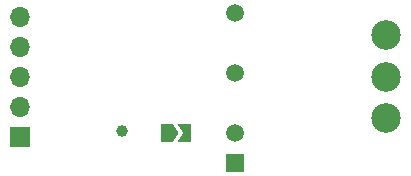
<source format=gbs>
G04 #@! TF.GenerationSoftware,KiCad,Pcbnew,8.0.2*
G04 #@! TF.CreationDate,2024-06-29T14:49:15+02:00*
G04 #@! TF.ProjectId,STM32F4_GateSignalGenerator_GateDriver,53544d33-3246-4345-9f47-617465536967,rev?*
G04 #@! TF.SameCoordinates,Original*
G04 #@! TF.FileFunction,Soldermask,Bot*
G04 #@! TF.FilePolarity,Negative*
%FSLAX46Y46*%
G04 Gerber Fmt 4.6, Leading zero omitted, Abs format (unit mm)*
G04 Created by KiCad (PCBNEW 8.0.2) date 2024-06-29 14:49:15*
%MOMM*%
%LPD*%
G01*
G04 APERTURE LIST*
G04 Aperture macros list*
%AMFreePoly0*
4,1,6,1.000000,0.000000,0.500000,-0.750000,-0.500000,-0.750000,-0.500000,0.750000,0.500000,0.750000,1.000000,0.000000,1.000000,0.000000,$1*%
%AMFreePoly1*
4,1,6,0.500000,-0.750000,-0.650000,-0.750000,-0.150000,0.000000,-0.650000,0.750000,0.500000,0.750000,0.500000,-0.750000,0.500000,-0.750000,$1*%
G04 Aperture macros list end*
%ADD10C,2.500000*%
%ADD11R,1.500000X1.500000*%
%ADD12C,1.500000*%
%ADD13C,1.000000*%
%ADD14FreePoly0,0.000000*%
%ADD15FreePoly1,0.000000*%
%ADD16O,1.700000X1.700000*%
%ADD17R,1.700000X1.700000*%
G04 APERTURE END LIST*
D10*
X186100000Y-97500000D03*
X186100000Y-94000000D03*
X186100000Y-90500000D03*
D11*
X173300000Y-101300000D03*
D12*
X173300000Y-98760000D03*
X173300000Y-93680000D03*
X173300000Y-88600000D03*
D13*
X163750000Y-98600000D03*
D14*
X167575000Y-98750000D03*
D15*
X169025000Y-98750000D03*
D16*
X155075000Y-88915000D03*
X155075000Y-91455000D03*
X155075000Y-93995000D03*
X155075000Y-96535000D03*
D17*
X155075000Y-99075000D03*
M02*

</source>
